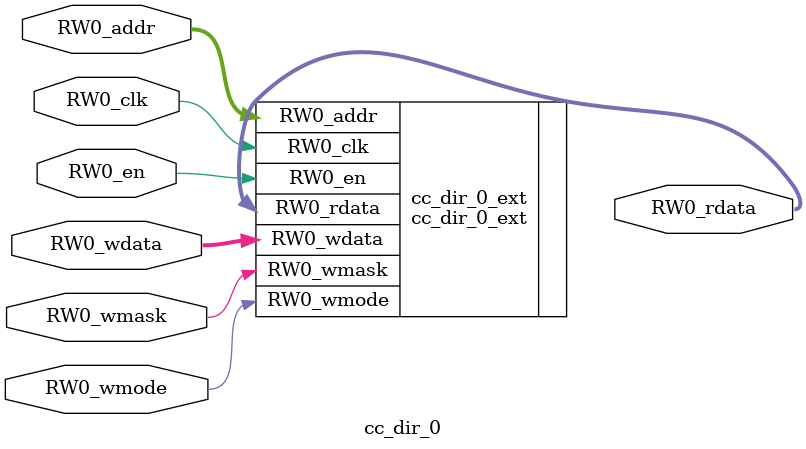
<source format=sv>
`ifndef RANDOMIZE
  `ifdef RANDOMIZE_REG_INIT
    `define RANDOMIZE
  `endif // RANDOMIZE_REG_INIT
`endif // not def RANDOMIZE
`ifndef RANDOMIZE
  `ifdef RANDOMIZE_MEM_INIT
    `define RANDOMIZE
  `endif // RANDOMIZE_MEM_INIT
`endif // not def RANDOMIZE

`ifndef RANDOM
  `define RANDOM $random
`endif // not def RANDOM

// Users can define 'PRINTF_COND' to add an extra gate to prints.
`ifndef PRINTF_COND_
  `ifdef PRINTF_COND
    `define PRINTF_COND_ (`PRINTF_COND)
  `else  // PRINTF_COND
    `define PRINTF_COND_ 1
  `endif // PRINTF_COND
`endif // not def PRINTF_COND_

// Users can define INIT_RANDOM as general code that gets injected into the
// initializer block for modules with registers.
`ifndef INIT_RANDOM
  `define INIT_RANDOM
`endif // not def INIT_RANDOM

// If using random initialization, you can also define RANDOMIZE_DELAY to
// customize the delay used, otherwise 0.002 is used.
`ifndef RANDOMIZE_DELAY
  `define RANDOMIZE_DELAY 0.002
`endif // not def RANDOMIZE_DELAY

// Define INIT_RANDOM_PROLOG_ for use in our modules below.
`ifndef INIT_RANDOM_PROLOG_
  `ifdef RANDOMIZE
    `ifdef VERILATOR
      `define INIT_RANDOM_PROLOG_ `INIT_RANDOM
    `else  // VERILATOR
      `define INIT_RANDOM_PROLOG_ `INIT_RANDOM #`RANDOMIZE_DELAY begin end
    `endif // VERILATOR
  `else  // RANDOMIZE
    `define INIT_RANDOM_PROLOG_
  `endif // RANDOMIZE
`endif // not def INIT_RANDOM_PROLOG_

// Include register initializers in init blocks unless synthesis is set
`ifndef SYNTHESIS
  `ifndef ENABLE_INITIAL_REG_
    `define ENABLE_INITIAL_REG_
  `endif // not def ENABLE_INITIAL_REG_
`endif // not def SYNTHESIS

// Include rmemory initializers in init blocks unless synthesis is set
`ifndef SYNTHESIS
  `ifndef ENABLE_INITIAL_MEM_
    `define ENABLE_INITIAL_MEM_
  `endif // not def ENABLE_INITIAL_MEM_
`endif // not def SYNTHESIS

module cc_dir_0(
  input  [9:0]  RW0_addr,
  input         RW0_en,
                RW0_clk,
                RW0_wmode,
  input  [15:0] RW0_wdata,
  input         RW0_wmask,
  output [15:0] RW0_rdata
);

  cc_dir_0_ext cc_dir_0_ext (
    .RW0_addr  (RW0_addr),
    .RW0_en    (RW0_en),
    .RW0_clk   (RW0_clk),
    .RW0_wmode (RW0_wmode),
    .RW0_wdata (RW0_wdata),
    .RW0_wmask (RW0_wmask),
    .RW0_rdata (RW0_rdata)
  );
endmodule


</source>
